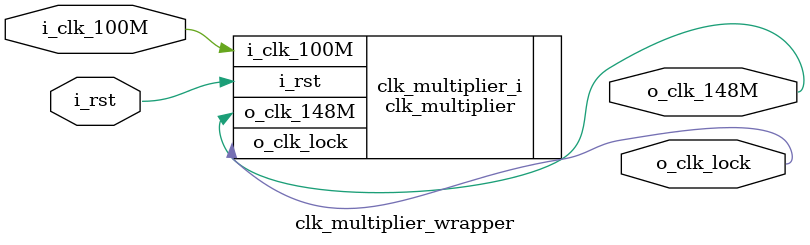
<source format=v>
`timescale 1 ps / 1 ps

module clk_multiplier_wrapper
   (i_clk_100M,
    i_rst,
    o_clk_148M,
    o_clk_lock);
  input i_clk_100M;
  input i_rst;
  output o_clk_148M;
  output o_clk_lock;

  wire i_clk_100M;
  wire i_rst;
  wire o_clk_148M;
  wire o_clk_lock;

  clk_multiplier clk_multiplier_i
       (.i_clk_100M(i_clk_100M),
        .i_rst(i_rst),
        .o_clk_148M(o_clk_148M),
        .o_clk_lock(o_clk_lock));
endmodule

</source>
